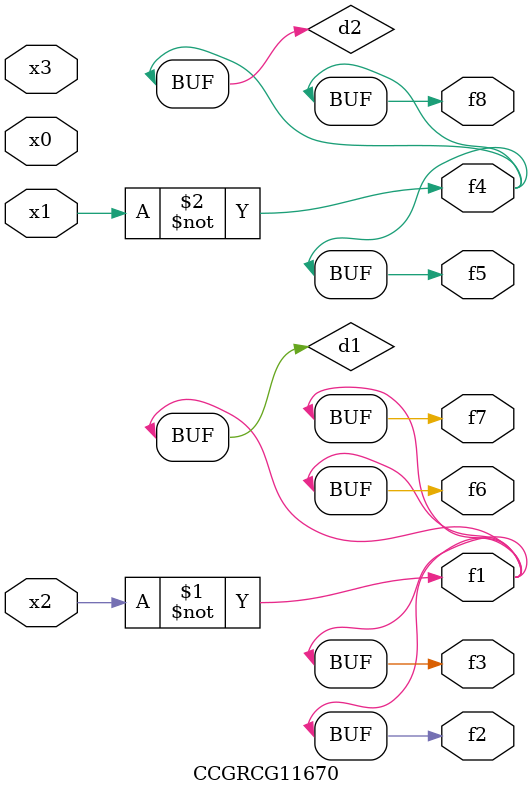
<source format=v>
module CCGRCG11670(
	input x0, x1, x2, x3,
	output f1, f2, f3, f4, f5, f6, f7, f8
);

	wire d1, d2;

	xnor (d1, x2);
	not (d2, x1);
	assign f1 = d1;
	assign f2 = d1;
	assign f3 = d1;
	assign f4 = d2;
	assign f5 = d2;
	assign f6 = d1;
	assign f7 = d1;
	assign f8 = d2;
endmodule

</source>
